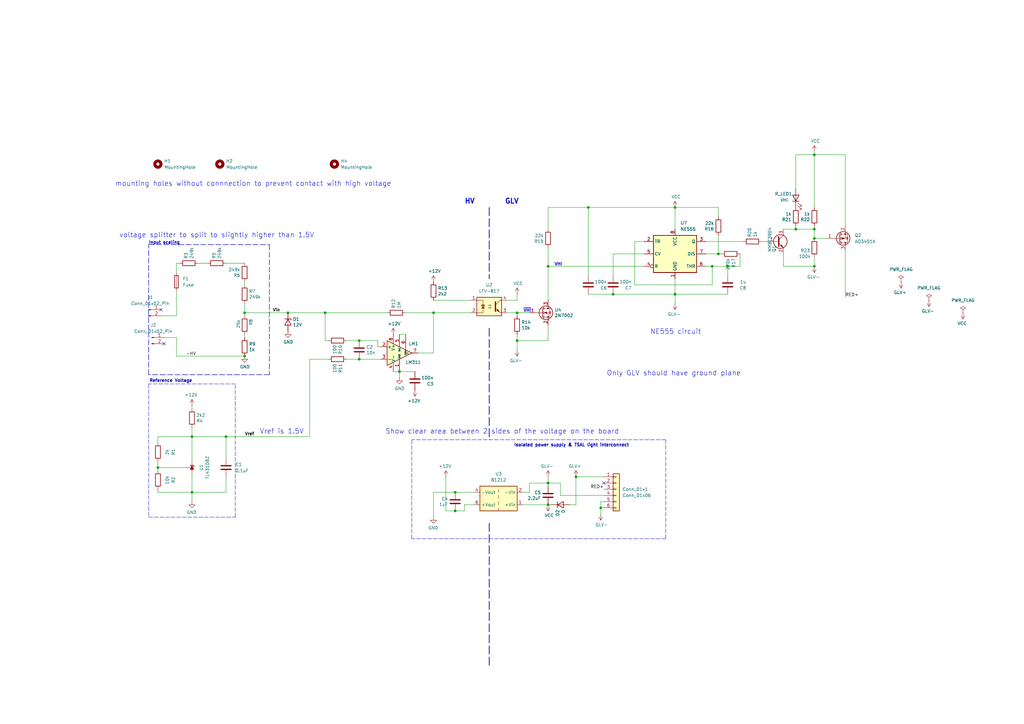
<source format=kicad_sch>
(kicad_sch (version 20231120) (generator "eeschema") (generator_version "8.0")
  (paper "A3")
  (title_block (title "TSAL") (date "2020-03-11") (rev "3.1") (company "NU Racing (UoN)") (comment 1 "Michael Ruppe") (comment 2 "github.com/michaelruppe/FSAE"))
  (lib_symbols
    (symbol "Comparator:LM311" (pin_names (offset 0.127))
      (property "Reference" "U" (at 3.81 6.35 0))
      (property "Value" "LM311" (at 3.81 3.81 0))
      (symbol "LM311_0_1"
        (polyline (pts (xy 5.08 0) (xy -5.08 5.08) (xy -5.08 -5.08) (xy 5.08 0)) (stroke (width 0.254)) (fill (type background)))
        (polyline (pts (xy 3.683 -0.381) (xy 3.302 -0.381) (xy 3.683 0) (xy 3.302 0.381) (xy 2.921 0) (xy 3.302 -0.381) (xy 2.921 -0.381)) (stroke (width 0.127)))
      )
      (symbol "LM311_1_1"
        (pin passive line (at 0 -7.62 90) (length 5.08) (name "GND") (number "1"))
        (pin input line (at -7.62 2.54 0) (length 2.54) (name "+") (number "2"))
        (pin input line (at -7.62 -2.54 0) (length 2.54) (name "-") (number "3"))
        (pin power_in line (at -2.54 -7.62 90) (length 3.81) (name "V-") (number "4"))
        (pin input line (at 0 7.62 270) (length 5.08) (name "BAL") (number "5"))
        (pin input line (at 2.54 7.62 270) (length 6.35) (name "STRB") (number "6"))
        (pin open_collector line (at 7.62 0 180) (length 2.54) (name "~") (number "7"))
        (pin power_in line (at -2.54 7.62 270) (length 3.81) (name "V+") (number "8"))
      )
    )
    (symbol "Connector:Conn_01x02_Pin" (pin_names (offset 1.016) hide)
      (property "Reference" "J" (at 0 2.54 0))
      (property "Value" "Conn_01x02_Pin" (at 0 -5.08 0))
      (symbol "Conn_01x02_Pin_1_1"
        (polyline (pts (xy 1.27 -2.54) (xy 0.8636 -2.54)) (stroke (width 0.1524)))
        (polyline (pts (xy 1.27 0) (xy 0.8636 0)) (stroke (width 0.1524)))
        (rectangle (start 0.8636 -2.413) (end 0 -2.667) (stroke (width 0.1524)) (fill (type outline)))
        (rectangle (start 0.8636 0.127) (end 0 -0.127) (stroke (width 0.1524)) (fill (type outline)))
        (pin passive line (at 5.08 0 180) (length 3.81) (name "Pin_1") (number "1"))
        (pin passive line (at 5.08 -2.54 180) (length 3.81) (name "Pin_2") (number "2"))
      )
    )
    (symbol "Connector_Generic:Conn_01x06" (pin_names (offset 1.016) hide)
      (property "Reference" "J" (at 0 7.62 0))
      (property "Value" "Conn_01x06" (at 0 -10.16 0))
      (symbol "Conn_01x06_1_1"
        (rectangle (start -1.27 -7.493) (end 0 -7.747) (stroke (width 0.1524)))
        (rectangle (start -1.27 -4.953) (end 0 -5.207) (stroke (width 0.1524)))
        (rectangle (start -1.27 -2.413) (end 0 -2.667) (stroke (width 0.1524)))
        (rectangle (start -1.27 0.127) (end 0 -0.127) (stroke (width 0.1524)))
        (rectangle (start -1.27 2.667) (end 0 2.413) (stroke (width 0.1524)))
        (rectangle (start -1.27 5.207) (end 0 4.953) (stroke (width 0.1524)))
        (rectangle (start -1.27 6.35) (end 1.27 -8.89) (stroke (width 0.254)) (fill (type background)))
        (pin passive line (at -5.08 5.08 0) (length 3.81) (name "Pin_1") (number "1"))
        (pin passive line (at -5.08 2.54 0) (length 3.81) (name "Pin_2") (number "2"))
        (pin passive line (at -5.08 0 0) (length 3.81) (name "Pin_3") (number "3"))
        (pin passive line (at -5.08 -2.54 0) (length 3.81) (name "Pin_4") (number "4"))
        (pin passive line (at -5.08 -5.08 0) (length 3.81) (name "Pin_5") (number "5"))
        (pin passive line (at -5.08 -7.62 0) (length 3.81) (name "Pin_6") (number "6"))
      )
    )
    (symbol "Converter_DCDC:TBA2-1212"
      (property "Reference" "U" (at -6.35 6.35 0))
      (property "Value" "TBA2-1212" (at 2.54 6.35 0))
      (symbol "TBA2-1212_0_1"
        (rectangle (start -7.62 5.08) (end 7.62 -5.08) (stroke (width 0.254)) (fill (type background)))
        (polyline (pts (xy 0 -2.54) (xy 0 -3.81)))
        (polyline (pts (xy 0 0) (xy 0 -1.27)))
        (polyline (pts (xy 0 2.54) (xy 0 1.27)))
        (polyline (pts (xy 0 5.08) (xy 0 3.81)))
      )
      (symbol "TBA2-1212_1_1"
        (pin power_in line (at -10.16 2.54 0) (length 2.54) (name "+Vin") (number "1"))
        (pin power_in line (at -10.16 -2.54 0) (length 2.54) (name "-Vin") (number "2"))
        (pin power_out line (at 10.16 -2.54 180) (length 2.54) (name "-Vout") (number "4"))
        (pin power_out line (at 10.16 2.54 180) (length 2.54) (name "+Vout") (number "6"))
      )
    )
    (symbol "Device:C" (pin_numbers hide) (pin_names (offset 0.254))
      (property "Reference" "C" (at 0.635 2.54 0))
      (property "Value" "C" (at 0.635 -2.54 0))
      (symbol "C_0_1"
        (polyline (pts (xy -2.032 -0.762) (xy 2.032 -0.762)) (stroke (width 0.508)))
        (polyline (pts (xy -2.032 0.762) (xy 2.032 0.762)) (stroke (width 0.508)))
      )
      (symbol "C_1_1"
        (pin passive line (at 0 3.81 270) (length 2.794) (name "~") (number "1"))
        (pin passive line (at 0 -3.81 90) (length 2.794) (name "~") (number "2"))
      )
    )
    (symbol "Device:D" (pin_numbers hide) (pin_names (offset 1.016) hide)
      (property "Reference" "D" (at 0 2.54 0))
      (property "Value" "D" (at 0 -2.54 0))
      (symbol "D_0_1"
        (polyline (pts (xy -1.27 1.27) (xy -1.27 -1.27)) (stroke (width 0.254)))
        (polyline (pts (xy 1.27 0) (xy -1.27 0)))
        (polyline (pts (xy 1.27 1.27) (xy 1.27 -1.27) (xy -1.27 0) (xy 1.27 1.27)) (stroke (width 0.254)))
      )
      (symbol "D_1_1"
        (pin passive line (at -3.81 0 0) (length 2.54) (name "K") (number "1"))
        (pin passive line (at 3.81 0 180) (length 2.54) (name "A") (number "2"))
      )
    )
    (symbol "Device:D_Zener" (pin_numbers hide) (pin_names (offset 1.016) hide)
      (property "Reference" "D" (at 0 2.54 0))
      (property "Value" "D_Zener" (at 0 -2.54 0))
      (symbol "D_Zener_0_1"
        (polyline (pts (xy 1.27 0) (xy -1.27 0)))
        (polyline (pts (xy -1.27 -1.27) (xy -1.27 1.27) (xy -0.762 1.27)) (stroke (width 0.254)))
        (polyline (pts (xy 1.27 -1.27) (xy 1.27 1.27) (xy -1.27 0) (xy 1.27 -1.27)) (stroke (width 0.254)))
      )
      (symbol "D_Zener_1_1"
        (pin passive line (at -3.81 0 0) (length 2.54) (name "K") (number "1"))
        (pin passive line (at 3.81 0 180) (length 2.54) (name "A") (number "2"))
      )
    )
    (symbol "Device:Fuse" (pin_numbers hide) (pin_names (offset 0))
      (property "Reference" "F" (at 2.032 0 90))
      (property "Value" "Fuse" (at -1.905 0 90))
      (symbol "Fuse_0_1"
        (rectangle (start -0.762 -2.54) (end 0.762 2.54) (stroke (width 0.254)))
        (polyline (pts (xy 0 2.54) (xy 0 -2.54)))
      )
      (symbol "Fuse_1_1"
        (pin passive line (at 0 3.81 270) (length 1.27) (name "~") (number "1"))
        (pin passive line (at 0 -3.81 90) (length 1.27) (name "~") (number "2"))
      )
    )
    (symbol "Device:LED" (pin_numbers hide) (pin_names (offset 1.016) hide)
      (property "Reference" "D" (at 0 2.54 0))
      (property "Value" "LED" (at 0 -2.54 0))
      (symbol "LED_0_1"
        (polyline (pts (xy -1.27 -1.27) (xy -1.27 1.27)) (stroke (width 0.254)))
        (polyline (pts (xy -1.27 0) (xy 1.27 0)))
        (polyline (pts (xy 1.27 -1.27) (xy 1.27 1.27) (xy -1.27 0) (xy 1.27 -1.27)) (stroke (width 0.254)))
        (polyline (pts (xy -3.048 -0.762) (xy -4.572 -2.286) (xy -3.81 -2.286) (xy -4.572 -2.286) (xy -4.572 -1.524)))
        (polyline (pts (xy -1.778 -0.762) (xy -3.302 -2.286) (xy -2.54 -2.286) (xy -3.302 -2.286) (xy -3.302 -1.524)))
      )
      (symbol "LED_1_1"
        (pin passive line (at -3.81 0 0) (length 2.54) (name "K") (number "1"))
        (pin passive line (at 3.81 0 180) (length 2.54) (name "A") (number "2"))
      )
    )
    (symbol "Device:R" (pin_numbers hide) (pin_names (offset 0))
      (property "Reference" "R" (at 2.032 0 90))
      (property "Value" "R" (at 0 0 90))
      (symbol "R_0_1"
        (rectangle (start -1.016 -2.54) (end 1.016 2.54) (stroke (width 0.254)))
      )
      (symbol "R_1_1"
        (pin passive line (at 0 3.81 270) (length 1.27) (name "~") (number "1"))
        (pin passive line (at 0 -3.81 90) (length 1.27) (name "~") (number "2"))
      )
    )
    (symbol "Isolator:LTV-817" (pin_names (offset 1.016))
      (property "Reference" "U" (at -5.08 5.08 0))
      (property "Value" "LTV-817" (at 0 5.08 0))
      (symbol "LTV-817_0_1"
        (rectangle (start -5.08 3.81) (end 5.08 -3.81) (stroke (width 0.254)) (fill (type background)))
        (polyline (pts (xy -3.175 -0.635) (xy -1.905 -0.635)) (stroke (width 0.254)))
        (polyline (pts (xy 2.54 0.635) (xy 4.445 2.54)))
        (polyline (pts (xy 4.445 -2.54) (xy 2.54 -0.635)) (fill (type outline)))
        (polyline (pts (xy 4.445 -2.54) (xy 5.08 -2.54)))
        (polyline (pts (xy 4.445 2.54) (xy 5.08 2.54)))
        (polyline (pts (xy -5.08 2.54) (xy -2.54 2.54) (xy -2.54 -0.762)))
        (polyline (pts (xy -2.54 -0.635) (xy -2.54 -2.54) (xy -5.08 -2.54)))
        (polyline (pts (xy 2.54 1.905) (xy 2.54 -1.905) (xy 2.54 -1.905)) (stroke (width 0.508)))
        (polyline (pts (xy -2.54 -0.635) (xy -3.175 0.635) (xy -1.905 0.635) (xy -2.54 -0.635)) (stroke (width 0.254)))
        (polyline (pts (xy -0.508 -0.508) (xy 0.762 -0.508) (xy 0.381 -0.635) (xy 0.381 -0.381) (xy 0.762 -0.508)))
        (polyline (pts (xy -0.508 0.508) (xy 0.762 0.508) (xy 0.381 0.381) (xy 0.381 0.635) (xy 0.762 0.508)))
        (polyline (pts (xy 3.048 -1.651) (xy 3.556 -1.143) (xy 4.064 -2.159) (xy 3.048 -1.651) (xy 3.048 -1.651)) (fill (type outline)))
      )
      (symbol "LTV-817_1_1"
        (pin passive line (at -7.62 2.54 0) (length 2.54) (name "~") (number "1"))
        (pin passive line (at -7.62 -2.54 0) (length 2.54) (name "~") (number "2"))
        (pin passive line (at 7.62 -2.54 180) (length 2.54) (name "~") (number "3"))
        (pin passive line (at 7.62 2.54 180) (length 2.54) (name "~") (number "4"))
      )
    )
    (symbol "Mechanical:MountingHole" (pin_names (offset 1.016)) (exclude_from_sim yes) (in_bom no)
      (property "Reference" "H" (at 0 5.08 0))
      (property "Value" "MountingHole" (at 0 3.175 0))
      (symbol "MountingHole_0_1"
        (circle (center 0 0) (radius 1.27) (stroke (width 1.27)))
      )
    )
    (symbol "Reference_Voltage:TL431DBZ" (pin_numbers hide) (pin_names hide)
      (property "Reference" "U" (at -2.54 2.54 0))
      (property "Value" "TL431DBZ" (at 0 -2.54 0))
      (symbol "TL431DBZ_0_1"
        (polyline (pts (xy -1.27 0) (xy 0 0) (xy 1.27 0)))
        (polyline (pts (xy -0.762 -0.762) (xy -0.762 0.762) (xy 0.762 0) (xy -0.762 -0.762)) (fill (type outline)))
        (polyline (pts (xy 0.254 -0.762) (xy 0.762 -0.762) (xy 0.762 0.762) (xy 0.762 0.762)) (stroke (width 0.254)))
      )
      (symbol "TL431DBZ_1_1"
        (pin passive line (at 2.54 0 180) (length 2.54) (name "K") (number "1"))
        (pin passive line (at 0 2.54 270) (length 2.54) (name "REF") (number "2"))
        (pin passive line (at -2.54 0 0) (length 2.54) (name "A") (number "3"))
      )
    )
    (symbol "Timer:NE555D"
      (property "Reference" "U" (at -10.16 8.89 0))
      (property "Value" "NE555D" (at 2.54 8.89 0))
      (symbol "NE555D_0_0"
        (pin power_in line (at 0 -10.16 90) (length 2.54) (name "GND") (number "1"))
        (pin power_in line (at 0 10.16 270) (length 2.54) (name "VCC") (number "8"))
      )
      (symbol "NE555D_0_1"
        (rectangle (start -8.89 -7.62) (end 8.89 7.62) (stroke (width 0.254)) (fill (type background)))
        (rectangle (start -8.89 -7.62) (end 8.89 7.62) (stroke (width 0.254)) (fill (type background)))
      )
      (symbol "NE555D_1_1"
        (pin input line (at -12.7 5.08 0) (length 3.81) (name "TR") (number "2"))
        (pin output line (at 12.7 5.08 180) (length 3.81) (name "Q") (number "3"))
        (pin input inverted (at -12.7 -5.08 0) (length 3.81) (name "R") (number "4"))
        (pin input line (at -12.7 0 0) (length 3.81) (name "CV") (number "5"))
        (pin input line (at 12.7 -5.08 180) (length 3.81) (name "THR") (number "6"))
        (pin input line (at 12.7 0 180) (length 3.81) (name "DIS") (number "7"))
      )
    )
    (symbol "Transistor_BJT:MMBT3904" (pin_names (offset 0) hide)
      (property "Reference" "Q" (at 5.08 1.905 0))
      (property "Value" "MMBT3904" (at 5.08 0 0))
      (symbol "MMBT3904_0_1"
        (polyline (pts (xy 0.635 0.635) (xy 2.54 2.54)))
        (polyline (pts (xy 0.635 -0.635) (xy 2.54 -2.54) (xy 2.54 -2.54)))
        (polyline (pts (xy 0.635 1.905) (xy 0.635 -1.905) (xy 0.635 -1.905)) (stroke (width 0.508)))
        (polyline (pts (xy 1.27 -1.778) (xy 1.778 -1.27) (xy 2.286 -2.286) (xy 1.27 -1.778) (xy 1.27 -1.778)) (fill (type outline)))
        (circle (center 1.27 0) (radius 2.8194) (stroke (width 0.254)))
      )
      (symbol "MMBT3904_1_1"
        (pin input line (at -5.08 0 0) (length 5.715) (name "B") (number "1"))
        (pin passive line (at 2.54 -5.08 90) (length 2.54) (name "E") (number "2"))
        (pin passive line (at 2.54 5.08 270) (length 2.54) (name "C") (number "3"))
      )
    )
    (symbol "Transistor_FET:2N7002" (pin_names hide)
      (property "Reference" "Q" (at 5.08 1.905 0))
      (property "Value" "2N7002" (at 5.08 0 0))
      (symbol "2N7002_0_1"
        (polyline (pts (xy 0.254 0) (xy -2.54 0)))
        (polyline (pts (xy 0.254 1.905) (xy 0.254 -1.905)) (stroke (width 0.254)))
        (polyline (pts (xy 0.762 -1.27) (xy 0.762 -2.286)) (stroke (width 0.254)))
        (polyline (pts (xy 0.762 0.508) (xy 0.762 -0.508)) (stroke (width 0.254)))
        (polyline (pts (xy 0.762 2.286) (xy 0.762 1.27)) (stroke (width 0.254)))
        (polyline (pts (xy 2.54 2.54) (xy 2.54 1.778)))
        (polyline (pts (xy 2.54 -2.54) (xy 2.54 0) (xy 0.762 0)))
        (polyline (pts (xy 0.762 -1.778) (xy 3.302 -1.778) (xy 3.302 1.778) (xy 0.762 1.778)))
        (polyline (pts (xy 1.016 0) (xy 2.032 0.381) (xy 2.032 -0.381) (xy 1.016 0)) (fill (type outline)))
        (polyline (pts (xy 2.794 0.508) (xy 2.921 0.381) (xy 3.683 0.381) (xy 3.81 0.254)))
        (polyline (pts (xy 3.302 0.381) (xy 2.921 -0.254) (xy 3.683 -0.254) (xy 3.302 0.381)))
        (circle (center 1.651 0) (radius 2.794) (stroke (width 0.254)))
        (circle (center 2.54 -1.778) (radius 0.254) (fill (type outline)))
        (circle (center 2.54 1.778) (radius 0.254) (fill (type outline)))
      )
      (symbol "2N7002_1_1"
        (pin input line (at -5.08 0 0) (length 2.54) (name "G") (number "1"))
        (pin passive line (at 2.54 -5.08 90) (length 2.54) (name "S") (number "2"))
        (pin passive line (at 2.54 5.08 270) (length 2.54) (name "D") (number "3"))
      )
    )
    (symbol "Transistor_FET:AO3401A" (pin_names hide)
      (property "Reference" "Q" (at 5.08 1.905 0))
      (property "Value" "AO3401A" (at 5.08 0 0))
      (symbol "AO3401A_0_1"
        (polyline (pts (xy 0.254 0) (xy -2.54 0)))
        (polyline (pts (xy 0.254 1.905) (xy 0.254 -1.905)) (stroke (width 0.254)))
        (polyline (pts (xy 0.762 -1.27) (xy 0.762 -2.286)) (stroke (width 0.254)))
        (polyline (pts (xy 0.762 0.508) (xy 0.762 -0.508)) (stroke (width 0.254)))
        (polyline (pts (xy 0.762 2.286) (xy 0.762 1.27)) (stroke (width 0.254)))
        (polyline (pts (xy 2.54 2.54) (xy 2.54 1.778)))
        (polyline (pts (xy 2.54 -2.54) (xy 2.54 0) (xy 0.762 0)))
        (polyline (pts (xy 0.762 1.778) (xy 3.302 1.778) (xy 3.302 -1.778) (xy 0.762 -1.778)))
        (polyline (pts (xy 2.286 0) (xy 1.27 0.381) (xy 1.27 -0.381) (xy 2.286 0)) (fill (type outline)))
        (polyline (pts (xy 2.794 -0.508) (xy 2.921 -0.381) (xy 3.683 -0.381) (xy 3.81 -0.254)))
        (polyline (pts (xy 3.302 -0.381) (xy 2.921 0.254) (xy 3.683 0.254) (xy 3.302 -0.381)))
        (circle (center 1.651 0) (radius 2.794) (stroke (width 0.254)))
        (circle (center 2.54 -1.778) (radius 0.254) (fill (type outline)))
        (circle (center 2.54 1.778) (radius 0.254) (fill (type outline)))
      )
      (symbol "AO3401A_1_1"
        (pin input line (at -5.08 0 0) (length 2.54) (name "G") (number "1"))
        (pin passive line (at 2.54 -5.08 90) (length 2.54) (name "S") (number "2"))
        (pin passive line (at 2.54 5.08 270) (length 2.54) (name "D") (number "3"))
      )
    )
    (symbol "power-symbol-library:GLV+" (power) (pin_names (offset 0))
      (property "Value" "GLV+" (at 0 3.81 0))
      (symbol "GLV+_0_1"
        (polyline (pts (xy -0.762 1.27) (xy 0 2.54)))
        (polyline (pts (xy 0 0) (xy 0 2.54)))
        (polyline (pts (xy 0 2.54) (xy 0.762 1.27)))
      )
      (symbol "GLV+_1_1"
        (pin power_in line (at 0 0 90) (length 0) hide (name "GLV+") (number "1"))
      )
    )
    (symbol "power-symbol-library:GLV-" (power) (pin_names (offset 0))
      (property "Value" "GLV-" (at 0 3.81 0))
      (symbol "GLV-_0_1"
        (polyline (pts (xy -0.762 1.27) (xy 0 2.54)))
        (polyline (pts (xy 0 0) (xy 0 2.54)))
        (polyline (pts (xy 0 2.54) (xy 0.762 1.27)))
      )
      (symbol "GLV-_1_1"
        (pin power_in line (at 0 0 90) (length 0) hide (name "GLV-") (number "1"))
      )
    )
    (symbol "power:+12V" (power) (pin_numbers hide) (pin_names (offset 0) hide)
      (property "Value" "+12V" (at 0 3.556 0))
      (symbol "+12V_0_1"
        (polyline (pts (xy -0.762 1.27) (xy 0 2.54)))
        (polyline (pts (xy 0 0) (xy 0 2.54)))
        (polyline (pts (xy 0 2.54) (xy 0.762 1.27)))
      )
      (symbol "+12V_1_1"
        (pin power_in line (at 0 0 90) (length 0) (name "~") (number "1"))
      )
    )
    (symbol "power:GND" (power) (pin_numbers hide) (pin_names (offset 0) hide)
      (property "Value" "GND" (at 0 -3.81 0))
      (symbol "GND_0_1"
        (polyline (pts (xy 0 0) (xy 0 -1.27) (xy 1.27 -1.27) (xy 0 -2.54) (xy -1.27 -1.27) (xy 0 -1.27)))
      )
      (symbol "GND_1_1"
        (pin power_in line (at 0 0 270) (length 0) (name "~") (number "1"))
      )
    )
    (symbol "power:PWR_FLAG" (power) (pin_numbers hide) (pin_names (offset 0) hide)
      (property "Value" "PWR_FLAG" (at 0 3.81 0))
      (symbol "PWR_FLAG_0_0"
        (pin power_out line (at 0 0 90) (length 0) (name "~") (number "1"))
      )
      (symbol "PWR_FLAG_0_1"
        (polyline (pts (xy 0 0) (xy 0 1.27) (xy -1.016 1.905) (xy 0 2.54) (xy 1.016 1.905) (xy 0 1.27)))
      )
    )
    (symbol "power:VCC" (power) (pin_numbers hide) (pin_names (offset 0) hide)
      (property "Value" "VCC" (at 0 3.556 0))
      (symbol "VCC_0_1"
        (polyline (pts (xy -0.762 1.27) (xy 0 2.54)))
        (polyline (pts (xy 0 0) (xy 0 2.54)))
        (polyline (pts (xy 0 2.54) (xy 0.762 1.27)))
      )
      (symbol "VCC_1_1"
        (pin power_in line (at 0 0 90) (length 0) (name "~") (number "1"))
      )
    )
  )
  (junction (at 163.83 152.4))
  (junction (at 92.71 179.07))
  (junction (at 224.79 207.01))
  (junction (at 241.3 85.09))
  (junction (at 147.32 147.32))
  (junction (at 100.33 128.27))
  (junction (at 212.09 128.27))
  (junction (at 186.69 201.93))
  (junction (at 177.8 128.27))
  (junction (at 78.74 179.07))
  (junction (at 212.09 139.7))
  (junction (at 133.35 128.27))
  (junction (at 334.01 109.22))
  (junction (at 100.33 146.05))
  (junction (at 334.01 93.98))
  (junction (at 64.77 191.77))
  (junction (at 186.69 209.55))
  (junction (at 118.11 128.27))
  (junction (at 326.39 93.98))
  (junction (at 276.86 120.65))
  (junction (at 294.64 104.14))
  (junction (at 334.01 63.5))
  (junction (at 224.79 198.12))
  (junction (at 147.32 139.7))
  (junction (at 236.22 195.58))
  (junction (at 224.79 109.22))
  (junction (at 276.86 85.09))
  (junction (at 298.45 109.22))
  (junction (at 292.1 109.22))
  (junction (at 246.38 208.28))
  (junction (at 78.74 201.93))
  (junction (at 251.46 120.65))
  (junction (at 334.01 97.79))
  (no_connect (at 247.65 198.12))
  (no_connect (at 66.04 127))
  (no_connect (at 67.31 140.97))
  (wire (pts (xy 92.71 201.93) (xy 78.74 201.93)))
  (polyline (pts (xy 110.49 153.67) (xy 60.96 153.67)) (stroke (width 0.2032) (type dash)))
  (polyline (pts (xy 273.05 220.98) (xy 168.91 220.98)) (stroke (width 0) (type dash)))
  (wire (pts (xy 212.09 139.7) (xy 212.09 137.16)))
  (wire (pts (xy 260.35 116.84) (xy 292.1 116.84)))
  (wire (pts (xy 294.64 104.14) (xy 295.91 104.14)))
  (wire (pts (xy 190.5 207.01) (xy 194.31 207.01)))
  (wire (pts (xy 156.21 142.24) (xy 154.94 142.24)))
  (wire (pts (xy 134.62 147.32) (xy 127 147.32)))
  (polyline (pts (xy 96.52 157.48) (xy 60.96 157.48)) (stroke (width 0) (type dash)))
  (wire (pts (xy 224.79 109.22) (xy 264.16 109.22)))
  (wire (pts (xy 100.33 129.54) (xy 100.33 128.27)))
  (wire (pts (xy 276.86 85.09) (xy 276.86 93.98)))
  (wire (pts (xy 346.71 63.5) (xy 334.01 63.5)))
  (wire (pts (xy 64.77 191.77) (xy 64.77 193.04)))
  (wire (pts (xy 72.39 111.76) (xy 72.39 107.95)))
  (wire (pts (xy 177.8 212.09) (xy 177.8 201.93)))
  (wire (pts (xy 92.71 107.95) (xy 100.33 107.95)))
  (polyline (pts (xy 200.66 85.09) (xy 200.66 114.3)) (stroke (width 0.3048) (type dash)))
  (polyline (pts (xy 110.49 100.33) (xy 110.49 153.67)) (stroke (width 0.2032) (type dash)))
  (wire (pts (xy 212.09 123.19) (xy 212.09 120.65)))
  (wire (pts (xy 224.79 85.09) (xy 241.3 85.09)))
  (polyline (pts (xy 60.96 100.33) (xy 110.49 100.33)) (stroke (width 0.2032) (type dash)))
  (wire (pts (xy 64.77 201.93) (xy 64.77 200.66)))
  (wire (pts (xy 100.33 137.16) (xy 100.33 138.43)))
  (wire (pts (xy 78.74 201.93) (xy 78.74 205.74)))
  (wire (pts (xy 64.77 189.23) (xy 64.77 191.77)))
  (polyline (pts (xy 60.96 153.67) (xy 60.96 100.33)) (stroke (width 0.2032) (type dash)))
  (wire (pts (xy 177.8 144.78) (xy 177.8 128.27)))
  (wire (pts (xy 346.71 63.5) (xy 346.71 92.71)))
  (wire (pts (xy 212.09 128.27) (xy 212.09 129.54)))
  (wire (pts (xy 241.3 85.09) (xy 276.86 85.09)))
  (wire (pts (xy 72.39 107.95) (xy 73.66 107.95)))
  (wire (pts (xy 224.79 109.22) (xy 224.79 101.6)))
  (wire (pts (xy 236.22 195.58) (xy 247.65 195.58)))
  (wire (pts (xy 92.71 179.07) (xy 127 179.07)))
  (polyline (pts (xy 200.66 134.62) (xy 200.66 180.34)) (stroke (width 0.3048) (type dash)))
  (wire (pts (xy 264.16 99.06) (xy 260.35 99.06)))
  (wire (pts (xy 247.65 203.2) (xy 229.87 203.2)))
  (polyline (pts (xy 168.91 220.98) (xy 168.91 180.34)) (stroke (width 0) (type dash)))
  (polyline (pts (xy 273.05 180.34) (xy 168.91 180.34)) (stroke (width 0) (type dash)))
  (wire (pts (xy 289.56 104.14) (xy 294.64 104.14)))
  (wire (pts (xy 334.01 92.71) (xy 334.01 93.98)))
  (wire (pts (xy 100.33 124.46) (xy 100.33 128.27)))
  (wire (pts (xy 78.74 167.64) (xy 78.74 166.37)))
  (polyline (pts (xy 60.96 212.09) (xy 96.52 212.09)) (stroke (width 0) (type dash)))
  (wire (pts (xy 224.79 93.98) (xy 224.79 85.09)))
  (wire (pts (xy 177.8 144.78) (xy 171.45 144.78)))
  (wire (pts (xy 81.28 107.95) (xy 85.09 107.95)))
  (wire (pts (xy 241.3 113.03) (xy 241.3 85.09)))
  (wire (pts (xy 321.31 109.22) (xy 334.01 109.22)))
  (wire (pts (xy 321.31 104.14) (xy 321.31 109.22)))
  (wire (pts (xy 321.31 93.98) (xy 326.39 93.98)))
  (wire (pts (xy 78.74 194.31) (xy 78.74 201.93)))
  (wire (pts (xy 212.09 143.51) (xy 212.09 139.7)))
  (wire (pts (xy 147.32 139.7) (xy 142.24 139.7)))
  (wire (pts (xy 177.8 201.93) (xy 186.69 201.93)))
  (wire (pts (xy 224.79 195.58) (xy 224.79 198.12)))
  (wire (pts (xy 251.46 104.14) (xy 251.46 113.03)))
  (wire (pts (xy 346.71 102.87) (xy 346.71 121.92)))
  (wire (pts (xy 190.5 209.55) (xy 186.69 209.55)))
  (wire (pts (xy 214.63 207.01) (xy 224.79 207.01)))
  (polyline (pts (xy 200.66 214.63) (xy 200.66 273.05)) (stroke (width 0.3048) (type dash)))
  (wire (pts (xy 334.01 93.98) (xy 326.39 93.98)))
  (wire (pts (xy 133.35 128.27) (xy 158.75 128.27)))
  (wire (pts (xy 326.39 63.5) (xy 334.01 63.5)))
  (wire (pts (xy 236.22 195.58) (xy 236.22 207.01)))
  (wire (pts (xy 303.53 104.14) (xy 303.53 109.22)))
  (wire (pts (xy 78.74 175.26) (xy 78.74 179.07)))
  (wire (pts (xy 133.35 128.27) (xy 133.35 139.7)))
  (wire (pts (xy 276.86 85.09) (xy 294.64 85.09)))
  (wire (pts (xy 208.28 123.19) (xy 212.09 123.19)))
  (wire (pts (xy 224.79 198.12) (xy 217.17 198.12)))
  (wire (pts (xy 186.69 209.55) (xy 182.88 209.55)))
  (wire (pts (xy 264.16 104.14) (xy 251.46 104.14)))
  (wire (pts (xy 298.45 109.22) (xy 292.1 109.22)))
  (wire (pts (xy 224.79 198.12) (xy 224.79 199.39)))
  (wire (pts (xy 334.01 93.98) (xy 334.01 97.79)))
  (wire (pts (xy 127 147.32) (xy 127 179.07)))
  (wire (pts (xy 251.46 120.65) (xy 276.86 120.65)))
  (wire (pts (xy 154.94 139.7) (xy 147.32 139.7)))
  (wire (pts (xy 334.01 97.79) (xy 339.09 97.79)))
  (wire (pts (xy 92.71 195.58) (xy 92.71 201.93)))
  (wire (pts (xy 142.24 147.32) (xy 147.32 147.32)))
  (wire (pts (xy 177.8 123.19) (xy 193.04 123.19)))
  (wire (pts (xy 289.56 99.06) (xy 304.8 99.06)))
  (wire (pts (xy 292.1 116.84) (xy 292.1 109.22)))
  (wire (pts (xy 72.39 138.43) (xy 72.39 146.05)))
  (wire (pts (xy 64.77 191.77) (xy 76.2 191.77)))
  (wire (pts (xy 100.33 128.27) (xy 118.11 128.27)))
  (wire (pts (xy 229.87 203.2) (xy 229.87 198.12)))
  (wire (pts (xy 163.83 152.4) (xy 163.83 154.94)))
  (wire (pts (xy 241.3 120.65) (xy 251.46 120.65)))
  (wire (pts (xy 133.35 139.7) (xy 134.62 139.7)))
  (wire (pts (xy 67.31 138.43) (xy 72.39 138.43)))
  (wire (pts (xy 326.39 63.5) (xy 326.39 77.47)))
  (wire (pts (xy 334.01 62.23) (xy 334.01 63.5)))
  (wire (pts (xy 78.74 179.07) (xy 92.71 179.07)))
  (wire (pts (xy 163.83 152.4) (xy 170.18 152.4)))
  (polyline (pts (xy 273.05 180.34) (xy 273.05 220.98)) (stroke (width 0) (type dash)))
  (wire (pts (xy 161.29 152.4) (xy 163.83 152.4)))
  (wire (pts (xy 72.39 146.05) (xy 100.33 146.05)))
  (wire (pts (xy 298.45 120.65) (xy 276.86 120.65)))
  (wire (pts (xy 212.09 128.27) (xy 217.17 128.27)))
  (wire (pts (xy 64.77 201.93) (xy 78.74 201.93)))
  (wire (pts (xy 326.39 92.71) (xy 326.39 93.98)))
  (wire (pts (xy 236.22 207.01) (xy 233.68 207.01)))
  (wire (pts (xy 78.74 179.07) (xy 78.74 189.23)))
  (wire (pts (xy 64.77 179.07) (xy 64.77 181.61)))
  (wire (pts (xy 276.86 120.65) (xy 276.86 124.46)))
  (wire (pts (xy 100.33 115.57) (xy 100.33 116.84)))
  (wire (pts (xy 247.65 208.28) (xy 246.38 208.28)))
  (wire (pts (xy 226.06 207.01) (xy 224.79 207.01)))
  (wire (pts (xy 229.87 198.12) (xy 224.79 198.12)))
  (wire (pts (xy 64.77 179.07) (xy 78.74 179.07)))
  (wire (pts (xy 224.79 139.7) (xy 212.09 139.7)))
  (wire (pts (xy 182.88 195.58) (xy 182.88 209.55)))
  (wire (pts (xy 247.65 205.74) (xy 246.38 205.74)))
  (wire (pts (xy 334.01 63.5) (xy 334.01 85.09)))
  (wire (pts (xy 217.17 201.93) (xy 214.63 201.93)))
  (wire (pts (xy 154.94 142.24) (xy 154.94 139.7)))
  (wire (pts (xy 186.69 201.93) (xy 194.31 201.93)))
  (polyline (pts (xy 60.96 157.48) (xy 60.96 212.09)) (stroke (width 0) (type dash)))
  (wire (pts (xy 303.53 109.22) (xy 298.45 109.22)))
  (wire (pts (xy 224.79 133.35) (xy 224.79 139.7)))
  (polyline (pts (xy 96.52 212.09) (xy 96.52 157.48)) (stroke (width 0) (type dash)))
  (wire (pts (xy 294.64 85.09) (xy 294.64 88.9)))
  (wire (pts (xy 190.5 209.55) (xy 190.5 207.01)))
  (wire (pts (xy 72.39 119.38) (xy 72.39 129.54)))
  (wire (pts (xy 260.35 99.06) (xy 260.35 116.84)))
  (wire (pts (xy 92.71 179.07) (xy 92.71 187.96)))
  (wire (pts (xy 298.45 113.03) (xy 298.45 109.22)))
  (wire (pts (xy 118.11 128.27) (xy 133.35 128.27)))
  (wire (pts (xy 312.42 99.06) (xy 313.69 99.06)))
  (wire (pts (xy 292.1 109.22) (xy 289.56 109.22)))
  (wire (pts (xy 66.04 129.54) (xy 72.39 129.54)))
  (wire (pts (xy 246.38 205.74) (xy 246.38 208.28)))
  (wire (pts (xy 276.86 120.65) (xy 276.86 114.3)))
  (wire (pts (xy 166.37 128.27) (xy 177.8 128.27)))
  (wire (pts (xy 224.79 109.22) (xy 224.79 123.19)))
  (wire (pts (xy 147.32 147.32) (xy 156.21 147.32)))
  (wire (pts (xy 246.38 208.28) (xy 246.38 210.82)))
  (wire (pts (xy 334.01 105.41) (xy 334.01 109.22)))
  (wire (pts (xy 294.64 96.52) (xy 294.64 104.14)))
  (wire (pts (xy 163.83 137.16) (xy 166.37 137.16)))
  (wire (pts (xy 212.09 128.27) (xy 208.28 128.27)))
  (wire (pts (xy 177.8 128.27) (xy 193.04 128.27)))
  (wire (pts (xy 217.17 198.12) (xy 217.17 201.93)))
  (text "voltage splitter to split to slightly higher than 1.5V" (at 88.9 96.52 0) (effects (font (size 2.0066 2.0066))))
  (text "Show clear area between 2 sides of the voltage on the board" (at 205.994 177.038 0) (effects (font (size 2.0066 2.0066))))
  (text "Isolated power supply & TSAL light interconnect" (at 258.064 183.388 0) (effects (font (size 1.27 1.27) (thickness 0.254) (bold yes)) (justify right bottom)))
  (text "Reference Voltage" (at 61.214 156.972 0) (effects (font (size 1.27 1.27) (thickness 0.254) (bold yes)) (justify left bottom)))
  (text "~{VHI}" (at 214.63 128.27 0) (effects (font (size 1.27 1.27) (thickness 0.254) (bold yes)) (justify left bottom)))
  (text "mounting holes without connnection to prevent contact with high voltage " (at 104.648 75.438 0) (effects (font (size 2.0066 2.0066))))
  (text "Input scaling" (at 60.96 100.33 0) (effects (font (size 1.27 1.27) (thickness 0.254) (bold yes)) (justify left bottom)))
  (text "Only GLV should have ground plane" (at 276.352 153.162 0) (effects (font (size 2.0066 2.0066))))
  (text "GLV" (at 207.01 83.82 0) (effects (font (size 2.0066 2.0066) (thickness 0.4013) (bold yes)) (justify left bottom)))
  (text "VHI" (at 227.33 109.22 0) (effects (font (size 1.27 1.27) (thickness 0.254) (bold yes)) (justify left bottom)))
  (text "Vref is 1.5V\n" (at 115.57 177.038 0) (effects (font (size 2.0066 2.0066))))
  (text "NE555 circuit" (at 277.114 136.144 0) (effects (font (size 2.0066 2.0066))))
  (text "HV" (at 190.5 83.82 0) (effects (font (size 2.0066 2.0066) (thickness 0.4013) (bold yes)) (justify left bottom)))
  (label "-HV" (at 76.2 146.05 0))
  (label "RED+" (at 247.65 200.66 180))
  (label "RED+" (at 346.71 121.92 0))
  (label "Vin" (at 111.76 128.27 0) (effects (font (thickness 0.254) (bold yes))))
  (label "Vref" (at 100.33 179.07 0) (effects (font (thickness 0.254) (bold yes))))
  (symbol (lib_id "Device:R") (at 100.33 120.65 0) (unit 1)
    (property "Reference" "R7" (at 102.108 119.4816 0) (effects (justify left)))
    (property "Value" "249k" (at 102.108 121.793 0) (effects (justify left)))
    (property "Footprint" "Resistor_SMD:R_1206_3216Metric_Pad1.30x1.75mm_HandSolder" (effects (hide yes)))
  )
  (symbol (lib_id "Device:R") (at 100.33 133.35 180) (unit 1)
    (property "Reference" "R8" (at 102.87 130.81 90) (effects (justify left)))
    (property "Value" "25k" (at 97.79 131.0386 90) (effects (justify left)))
    (property "Footprint" "Resistor_SMD:R_1206_3216Metric_Pad1.30x1.75mm_HandSolder" (effects (hide yes)))
  )
  (symbol (lib_id "Device:C") (at 224.79 203.2 0) (mirror y) (unit 1)
    (property "Reference" "C5" (at 221.869 202.0316 0) (effects (justify left)))
    (property "Value" "2.2uF" (at 221.869 204.343 0) (effects (justify left)))
    (property "Footprint" "Capacitor_SMD:C_1206_3216Metric_Pad1.33x1.80mm_HandSolder" (effects (hide yes)))
  )
  (symbol (lib_id "power:+12V") (at 182.88 195.58 0) (mirror y) (unit 1)
    (property "Reference" "#PWR010" (effects (hide yes)))
    (property "Value" "+12V" (at 182.499 191.1858 0))
  )
  (symbol (lib_id "power:GND") (at 177.8 212.09 0) (mirror y) (unit 1)
    (property "Reference" "#PWR09" (effects (hide yes)))
    (property "Value" "GND" (at 177.673 216.4842 0))
  )
  (symbol (lib_id "Device:R") (at 138.43 147.32 270) (unit 1)
    (property "Reference" "R11" (at 139.5984 149.098 0) (effects (justify left)))
    (property "Value" "100" (at 137.287 149.098 0) (effects (justify left)))
    (property "Footprint" "Resistor_SMD:R_1206_3216Metric_Pad1.30x1.75mm_HandSolder" (effects (hide yes)))
  )
  (symbol (lib_id "Device:C") (at 147.32 143.51 0) (unit 1)
    (property "Reference" "C2" (at 150.241 142.3416 0) (effects (justify left)))
    (property "Value" "10n" (at 150.241 144.653 0) (effects (justify left)))
    (property "Footprint" "Capacitor_SMD:C_1206_3216Metric_Pad1.33x1.80mm_HandSolder" (effects (hide yes)))
  )
  (symbol (lib_id "Device:R") (at 138.43 139.7 270) (unit 1)
    (property "Reference" "R10" (at 139.5984 141.478 0) (effects (justify left)))
    (property "Value" "100" (at 137.287 141.478 0) (effects (justify left)))
    (property "Footprint" "Resistor_SMD:R_1206_3216Metric_Pad1.30x1.75mm_HandSolder" (effects (hide yes)))
  )
  (symbol (lib_id "Device:D_Zener") (at 118.11 132.08 270) (unit 1)
    (property "Reference" "D1" (at 120.1166 130.9116 90) (effects (justify left)))
    (property "Value" "12V" (at 120.1166 133.223 90) (effects (justify left)))
    (property "Footprint" "Diode_THT:D_DO-35_SOD27_P7.62mm_Horizontal" (effects (hide yes)))
  )
  (symbol (lib_id "power:GND") (at 118.11 135.89 0) (unit 1)
    (property "Reference" "#PWR04" (effects (hide yes)))
    (property "Value" "GND" (at 118.237 140.2842 0))
  )
  (symbol (lib_id "Device:R") (at 100.33 142.24 0) (unit 1)
    (property "Reference" "R9" (at 102.108 141.0716 0) (effects (justify left)))
    (property "Value" "1k" (at 102.108 143.383 0) (effects (justify left)))
    (property "Footprint" "Resistor_SMD:R_1206_3216Metric_Pad1.30x1.75mm_HandSolder" (effects (hide yes)))
  )
  (symbol (lib_id "power:GND") (at 100.33 146.05 0) (unit 1)
    (property "Reference" "#PWR03" (effects (hide yes)))
    (property "Value" "GND" (at 100.457 150.4442 0))
  )
  (symbol (lib_id "Device:R") (at 100.33 111.76 180) (unit 1)
    (property "Reference" "R6" (at 98.552 112.9284 0) (effects (justify left)))
    (property "Value" "249k" (at 98.552 110.617 0) (effects (justify left)))
    (property "Footprint" "Resistor_SMD:R_1206_3216Metric_Pad1.30x1.75mm_HandSolder" (effects (hide yes)))
  )
  (symbol (lib_id "Device:R") (at 162.56 128.27 90) (unit 1)
    (property "Reference" "R12" (at 161.3916 126.492 0) (effects (justify left)))
    (property "Value" "1M" (at 163.703 126.492 0) (effects (justify left)))
    (property "Footprint" "Resistor_SMD:R_1206_3216Metric_Pad1.30x1.75mm_HandSolder" (effects (hide yes)))
    (property "Description" "optional" (effects (hide yes)))
  )
  (symbol (lib_id "Device:C") (at 170.18 156.21 180) (unit 1)
    (property "Reference" "C3" (at 177.8 157.48 0) (effects (justify left)))
    (property "Value" "100n" (at 177.8 154.94 0) (effects (justify left)))
    (property "Footprint" "Capacitor_SMD:C_1206_3216Metric_Pad1.33x1.80mm_HandSolder" (effects (hide yes)))
  )
  (symbol (lib_id "power:+12V") (at 170.18 160.02 180) (unit 1)
    (property "Reference" "#PWR07" (effects (hide yes)))
    (property "Value" "+12V" (at 169.799 164.4142 0))
  )
  (symbol (lib_id "Comparator:LM311") (at 163.83 144.78 0) (unit 1)
    (property "Reference" "LM1" (at 167.64 140.97 0) (effects (justify left)))
    (property "Value" "LM311" (at 166.37 148.59 0) (effects (justify left)))
    (property "Footprint" "Package_SO:SOIC-8_3.9x4.9mm_P1.27mm" (effects (hide yes)))
    (property "Datasheet" "http://www.ti.com/lit/ds/symlink/lm311.pdf" (effects (hide yes)))
  )
  (symbol (lib_id "power:GND") (at 163.83 154.94 0) (unit 1)
    (property "Reference" "#PWR06" (effects (hide yes)))
    (property "Value" "GND" (at 163.957 159.3342 0))
  )
  (symbol (lib_id "power:+12V") (at 161.29 137.16 0) (unit 1)
    (property "Reference" "#PWR05" (effects (hide yes)))
    (property "Value" "+12V" (at 161.671 132.7658 0))
  )
  (symbol (lib_id "Device:D") (at 229.87 207.01 0) (mirror x) (unit 1)
    (property "Reference" "D2" (at 228.7016 209.0166 90) (effects (justify left)))
    (property "Value" "D" (at 231.013 209.0166 90) (effects (justify left)))
    (property "Footprint" "Diode_SMD:D_SMA" (effects (hide yes)))
  )
  (symbol (lib_id "power:+12V") (at 177.8 115.57 0) (unit 1)
    (property "Reference" "#PWR08" (effects (hide yes)))
    (property "Value" "+12V" (at 178.181 111.1758 0))
  )
  (symbol (lib_id "Device:R") (at 177.8 119.38 0) (unit 1)
    (property "Reference" "R13" (at 179.578 118.2116 0) (effects (justify left)))
    (property "Value" "2k2" (at 179.578 120.523 0) (effects (justify left)))
    (property "Footprint" "Resistor_SMD:R_1206_3216Metric_Pad1.30x1.75mm_HandSolder" (effects (hide yes)))
  )
  (symbol (lib_id "power-symbol-library:GLV-") (at 212.09 143.51 180) (unit 1)
    (property "Reference" "#PWR012" (effects (hide yes)))
    (property "Value" "GLV-" (at 211.709 147.9042 0))
  )
  (symbol (lib_id "Device:R") (at 212.09 133.35 0) (unit 1)
    (property "Reference" "R14" (at 213.868 132.1816 0) (effects (justify left)))
    (property "Value" "10k" (at 213.868 134.493 0) (effects (justify left)))
    (property "Footprint" "Resistor_SMD:R_1206_3216Metric_Pad1.30x1.75mm_HandSolder" (effects (hide yes)))
  )
  (symbol (lib_id "Device:C") (at 251.46 116.84 180) (unit 1)
    (property "Reference" "C7" (at 259.08 118.11 0) (effects (justify left)))
    (property "Value" "100n" (at 259.08 115.57 0) (effects (justify left)))
    (property "Footprint" "Capacitor_SMD:C_1206_3216Metric_Pad1.33x1.80mm_HandSolder" (effects (hide yes)))
  )
  (symbol (lib_id "Device:R") (at 299.72 104.14 270) (unit 1)
    (property "Reference" "R17" (at 300.8884 105.918 0) (effects (justify left)))
    (property "Value" "220k" (at 298.577 105.918 0) (effects (justify left)))
    (property "Footprint" "Resistor_SMD:R_1206_3216Metric_Pad1.30x1.75mm_HandSolder" (effects (hide yes)))
  )
  (symbol (lib_id "Device:C") (at 241.3 116.84 180) (unit 1)
    (property "Reference" "C6" (at 248.92 118.11 0) (effects (justify left)))
    (property "Value" "100n" (at 248.92 115.57 0) (effects (justify left)))
    (property "Footprint" "Capacitor_SMD:C_1206_3216Metric_Pad1.33x1.80mm_HandSolder" (effects (hide yes)))
  )
  (symbol (lib_id "Device:C") (at 298.45 116.84 180) (unit 1)
    (property "Reference" "C8" (at 306.07 118.11 0) (effects (justify left)))
    (property "Value" "1u" (at 306.07 115.57 0) (effects (justify left)))
    (property "Footprint" "Capacitor_SMD:C_1206_3216Metric_Pad1.33x1.80mm_HandSolder" (effects (hide yes)))
  )
  (symbol (lib_id "Device:R") (at 294.64 92.71 180) (unit 1)
    (property "Reference" "R16" (at 292.862 93.8784 0) (effects (justify left)))
    (property "Value" "22k" (at 292.862 91.567 0) (effects (justify left)))
    (property "Footprint" "Resistor_SMD:R_1206_3216Metric_Pad1.30x1.75mm_HandSolder" (effects (hide yes)))
  )
  (symbol (lib_id "Device:R") (at 88.9 107.95 90) (unit 1)
    (property "Reference" "R5" (at 87.7316 106.172 0) (effects (justify left)))
    (property "Value" "249k" (at 90.043 106.172 0) (effects (justify left)))
    (property "Footprint" "Resistor_SMD:R_1206_3216Metric_Pad1.30x1.75mm_HandSolder" (effects (hide yes)))
  )
  (symbol (lib_id "Device:R") (at 77.47 107.95 90) (unit 1)
    (property "Reference" "R3" (at 76.3016 106.172 0) (effects (justify left)))
    (property "Value" "249k" (at 78.613 106.172 0) (effects (justify left)))
    (property "Footprint" "Resistor_SMD:R_1206_3216Metric_Pad1.30x1.75mm_HandSolder" (effects (hide yes)))
  )
  (symbol (lib_id "power-symbol-library:GLV+") (at 236.22 195.58 0) (mirror y) (unit 1)
    (property "Reference" "#PWR015" (effects (hide yes)))
    (property "Value" "GLV+" (at 235.839 191.1858 0))
  )
  (symbol (lib_id "power-symbol-library:GLV-") (at 224.79 195.58 0) (mirror y) (unit 1)
    (property "Reference" "#PWR013" (effects (hide yes)))
    (property "Value" "GLV-" (at 224.409 191.1858 0))
  )
  (symbol (lib_id "Transistor_FET:2N7002") (at 222.25 128.27 0) (unit 1)
    (property "Reference" "U4" (at 227.4824 127.1016 0) (effects (justify left)))
    (property "Value" "2N7002" (at 227.4824 129.413 0) (effects (justify left)))
    (property "Footprint" "Package_TO_SOT_SMD:SOT-23" (effects (hide yes)))
    (property "Datasheet" "https://www.fairchildsemi.com/datasheets/2N/2N7002.pdf" (effects (hide yes)))
  )
  (symbol (lib_id "power:VCC") (at 224.79 207.01 0) (mirror x) (unit 1)
    (property "Reference" "#PWR014" (effects (hide yes)))
    (property "Value" "VCC" (at 225.2472 211.4042 0))
  )
  (symbol (lib_id "power:VCC") (at 212.09 120.65 0) (unit 1)
    (property "Reference" "#PWR011" (effects (hide yes)))
    (property "Value" "VCC" (at 212.5218 116.2558 0))
  )
  (symbol (lib_id "power:VCC") (at 276.86 85.09 0) (unit 1)
    (property "Reference" "#PWR017" (effects (hide yes)))
    (property "Value" "VCC" (at 277.2918 80.6958 0))
  )
  (symbol (lib_id "Device:R") (at 224.79 97.79 180) (unit 1)
    (property "Reference" "R15" (at 223.012 98.9584 0) (effects (justify left)))
    (property "Value" "22k" (at 223.012 96.647 0) (effects (justify left)))
    (property "Footprint" "Resistor_SMD:R_1206_3216Metric_Pad1.30x1.75mm_HandSolder" (effects (hide yes)))
  )
  (symbol (lib_id "power-symbol-library:GLV-") (at 276.86 124.46 180) (unit 1)
    (property "Reference" "#PWR018" (effects (hide yes)))
    (property "Value" "GLV-" (at 276.479 128.8542 0))
  )
  (symbol (lib_id "power-symbol-library:GLV-") (at 246.38 210.82 0) (mirror x) (unit 1)
    (property "Reference" "#PWR016" (effects (hide yes)))
    (property "Value" "GLV-" (at 246.761 215.2142 0))
  )
  (symbol (lib_id "Mechanical:MountingHole") (at 137.16 67.31 0) (unit 1) (exclude_from_sim yes) (in_bom no)
    (property "Reference" "H4" (at 139.7 66.0399 0) (effects (justify left)))
    (property "Value" "MountingHole" (at 139.7 68.5799 0) (effects (justify left)))
    (property "Footprint" "MountingHole:MountingHole_3.2mm_M3" (effects (hide yes)))
    (property "Description" "Mounting Hole without connection" (effects (hide yes)))
  )
  (symbol (lib_id "Reference_Voltage:TL431DBZ") (at 78.74 191.77 90) (unit 1)
    (property "Reference" "U1" (at 82.55 191.77 0))
    (property "Value" "TL431DBZ" (at 85.09 191.77 0))
    (property "Footprint" "Package_TO_SOT_SMD:SOT-23" (effects (hide yes)))
    (property "Datasheet" "http://www.ti.com/lit/ds/symlink/tl431.pdf" (effects (hide yes)))
    (property "Description" "Shunt Regulator, SOT-23" (effects (hide yes)))
  )
  (symbol (lib_id "power-symbol-library:GLV+") (at 334.01 62.23 0) (unit 1)
    (property "Reference" "#PWR025" (effects (hide yes)))
    (property "Value" "VCC" (at 334.391 57.8358 0))
  )
  (symbol (lib_id "Isolator:LTV-817") (at 200.66 125.73 0) (unit 1)
    (property "Reference" "U2" (at 200.66 116.84 0))
    (property "Value" "LTV-817" (at 200.66 119.38 0))
    (property "Footprint" "Package_DIP:DIP-4_W8.89mm_SMDSocket_LongPads" (effects (hide yes)))
    (property "Datasheet" "http://www.us.liteon.com/downloads/LTV-817-827-847.PDF" (effects (hide yes)))
    (property "Description" "DC Optocoupler, Vce 35V, CTR 50%, DIP-4" (effects (hide yes)))
  )
  (symbol (lib_id "power:GND") (at 78.74 205.74 0) (mirror y) (unit 1)
    (property "Reference" "#PWR02" (effects (hide yes)))
    (property "Value" "GND" (at 78.613 210.1342 0))
  )
  (symbol (lib_id "Device:R") (at 64.77 196.85 0) (unit 1)
    (property "Reference" "R2" (at 71.12 196.85 90))
    (property "Value" "10k" (at 68.58 196.85 90))
    (property "Footprint" "Resistor_SMD:R_1206_3216Metric_Pad1.30x1.75mm_HandSolder" (effects (hide yes)))
    (property "Description" "Resistor" (effects (hide yes)))
  )
  (symbol (lib_id "Device:R") (at 326.39 88.9 180) (unit 1)
    (property "Reference" "R21" (at 324.612 90.0684 0) (effects (justify left)))
    (property "Value" "1k" (at 324.612 87.757 0) (effects (justify left)))
    (property "Footprint" "Resistor_SMD:R_1206_3216Metric_Pad1.30x1.75mm_HandSolder" (effects (hide yes)))
  )
  (symbol (lib_id "Device:C") (at 92.71 191.77 0) (unit 1)
    (property "Reference" "C1" (at 96.52 190.4999 0) (effects (justify left)))
    (property "Value" "0.1uF" (at 96.52 193.0399 0) (effects (justify left)))
    (property "Footprint" "Capacitor_SMD:C_1206_3216Metric_Pad1.33x1.80mm_HandSolder" (effects (hide yes)))
    (property "Description" "Unpolarized capacitor" (effects (hide yes)))
  )
  (symbol (lib_id "Transistor_BJT:MMBT3904") (at 318.77 99.06 0) (unit 1)
    (property "Reference" "Q1" (at 317.5 103.378 90) (effects (justify left)))
    (property "Value" "MMBT3904" (at 315.722 103.378 90) (effects (justify left)))
    (property "Footprint" "Package_TO_SOT_SMD:SOT-23" (effects (hide yes)))
    (property "Datasheet" "https://www.onsemi.com/pdf/datasheet/pzt3904-d.pdf" (effects (hide yes)))
    (property "Description" "0.2A Ic, 40V Vce, Small Signal NPN Transistor, SOT-23" (effects (hide yes)))
  )
  (symbol (lib_id "power:PWR_FLAG") (at 381 123.19 0) (unit 1)
    (property "Reference" "#FLG02" (effects (hide yes)))
    (property "Value" "PWR_FLAG" (at 381 118.11 0))
    (property "Description" "Special symbol for telling ERC where power comes from" (effects (hide yes)))
  )
  (symbol (lib_id "power:PWR_FLAG") (at 369.57 115.57 0) (unit 1)
    (property "Reference" "#FLG01" (effects (hide yes)))
    (property "Value" "PWR_FLAG" (at 369.57 110.49 0))
    (property "Description" "Special symbol for telling ERC where power comes from" (effects (hide yes)))
  )
  (symbol (lib_id "Mechanical:MountingHole") (at 90.17 67.31 0) (unit 1) (exclude_from_sim yes) (in_bom no)
    (property "Reference" "H2" (at 92.71 66.0399 0) (effects (justify left)))
    (property "Value" "MountingHole" (at 92.71 68.5799 0) (effects (justify left)))
    (property "Footprint" "MountingHole:MountingHole_3.2mm_M3" (effects (hide yes)))
    (property "Description" "Mounting Hole without connection" (effects (hide yes)))
  )
  (symbol (lib_id "power-symbol-library:GLV+") (at 381 123.19 180) (unit 1)
    (property "Reference" "#PWR023" (effects (hide yes)))
    (property "Value" "GLV-" (at 380.619 127.5842 0))
  )
  (symbol (lib_id "power:PWR_FLAG") (at 394.97 128.27 0) (unit 1)
    (property "Reference" "#FLG03" (effects (hide yes)))
    (property "Value" "PWR_FLAG" (at 394.97 123.19 0))
    (property "Description" "Special symbol for telling ERC where power comes from" (effects (hide yes)))
  )
  (symbol (lib_id "power-symbol-library:GLV+") (at 369.57 115.57 180) (unit 1)
    (property "Reference" "#PWR022" (effects (hide yes)))
    (property "Value" "GLV+" (at 369.189 119.9642 0))
  )
  (symbol (lib_id "Timer:NE555D") (at 276.86 104.14 0) (unit 1)
    (property "Reference" "U7" (at 279.0541 91.44 0) (effects (justify left)))
    (property "Value" "NE555" (at 279.0541 93.98 0) (effects (justify left)))
    (property "Footprint" "Package_SO:SOIC-8_3.9x4.9mm_P1.27mm" (effects (hide yes)))
    (property "Datasheet" "http://www.ti.com/lit/ds/symlink/ne555.pdf" (effects (hide yes)))
  )
  (symbol (lib_id "power-symbol-library:GLV-") (at 334.01 109.22 180) (unit 1)
    (property "Reference" "#PWR026" (effects (hide yes)))
    (property "Value" "GLV-" (at 333.629 113.6142 0))
  )
  (symbol (lib_id "Device:R") (at 334.01 101.6 180) (unit 1)
    (property "Reference" "R23" (at 332.232 102.7684 0) (effects (justify left)))
    (property "Value" "100k" (at 332.486 105.156 0) (effects (justify left)))
    (property "Footprint" "Resistor_SMD:R_1206_3216Metric_Pad1.30x1.75mm_HandSolder" (effects (hide yes)))
  )
  (symbol (lib_id "Connector_Generic:Conn_01x06") (at 252.73 200.66 0) (unit 1)
    (property "Reference" "Conn_01x1" (at 255.27 200.6599 0) (effects (justify left)))
    (property "Value" "Conn_01x06" (at 255.27 203.1999 0) (effects (justify left)))
    (property "Footprint" "Connector_JST:JST_VH_B6P-VH_1x06_P3.96mm_Vertical" (effects (hide yes)))
    (property "Description" "Generic connector, single row, 01x06, script generated (kicad-library-utils/schlib/autogen/connector/)" (effects (hide yes)))
  )
  (symbol (lib_id "power-symbol-library:GLV+") (at 394.97 128.27 180) (unit 1)
    (property "Reference" "#PWR024" (effects (hide yes)))
    (property "Value" "VCC" (at 394.589 132.6642 0))
  )
  (symbol (lib_id "Device:C") (at 186.69 205.74 0) (mirror y) (unit 1)
    (property "Reference" "C4" (at 183.769 204.5716 0) (effects (justify left)))
    (property "Value" "1uF" (at 183.769 206.883 0) (effects (justify left)))
    (property "Footprint" "Capacitor_SMD:C_1206_3216Metric_Pad1.33x1.80mm_HandSolder" (effects (hide yes)))
  )
  (symbol (lib_id "Device:R") (at 308.61 99.06 90) (unit 1)
    (property "Reference" "R20" (at 307.4416 97.282 0) (effects (justify left)))
    (property "Value" "1k" (at 309.753 97.282 0) (effects (justify left)))
    (property "Footprint" "Resistor_SMD:R_1206_3216Metric_Pad1.30x1.75mm_HandSolder" (effects (hide yes)))
  )
  (symbol (lib_id "Mechanical:MountingHole") (at 64.77 67.31 0) (unit 1) (exclude_from_sim yes) (in_bom no)
    (property "Reference" "H1" (at 67.31 66.0399 0) (effects (justify left)))
    (property "Value" "MountingHole" (at 67.31 68.5799 0) (effects (justify left)))
    (property "Footprint" "MountingHole:MountingHole_3.2mm_M3" (effects (hide yes)))
    (property "Description" "Mounting Hole without connection" (effects (hide yes)))
  )
  (symbol (lib_id "power:+12V") (at 78.74 166.37 0) (mirror y) (unit 1)
    (property "Reference" "#PWR01" (effects (hide yes)))
    (property "Value" "+12V" (at 78.359 161.9758 0))
  )
  (symbol (lib_id "Device:R") (at 64.77 185.42 0) (unit 1)
    (property "Reference" "R1" (at 71.12 185.42 90))
    (property "Value" "2k" (at 68.58 185.42 90))
    (property "Footprint" "Resistor_SMD:R_1206_3216Metric_Pad1.30x1.75mm_HandSolder" (effects (hide yes)))
    (property "Description" "Resistor" (effects (hide yes)))
  )
  (symbol (lib_id "Transistor_FET:AO3401A") (at 344.17 97.79 0) (mirror x) (unit 1)
    (property "Reference" "Q2" (at 350.52 96.5199 0) (effects (justify left)))
    (property "Value" "AO3401A" (at 350.52 99.0599 0) (effects (justify left)))
    (property "Footprint" "Package_TO_SOT_SMD:SOT-23" (effects (hide yes)))
    (property "Datasheet" "http://www.aosmd.com/pdfs/datasheet/AO3401A.pdf" (effects (hide yes)))
    (property "Description" "-4.0A Id, -30V Vds, P-Channel MOSFET, SOT-23" (effects (hide yes)))
  )
  (symbol (lib_id "Connector:Conn_01x02_Pin") (at 60.96 127 0) (unit 1)
    (property "Reference" "J1" (at 61.595 121.92 0))
    (property "Value" "Conn_01x02_Pin" (at 61.595 124.46 0))
    (property "Footprint" "Connector_AMASS:AMASS_XT60-M_1x02_P7.20mm_Vertical" (effects (hide yes)))
    (property "Description" "Generic connector, single row, 01x02, script generated" (effects (hide yes)))
  )
  (symbol (lib_id "Device:Fuse") (at 72.39 115.57 0) (unit 1)
    (property "Reference" "F1" (at 74.93 114.2999 0) (effects (justify left)))
    (property "Value" "Fuse" (at 74.93 116.8399 0) (effects (justify left)))
    (property "Footprint" "Fuse:Fuse_1206_3216Metric_Pad1.42x1.75mm_HandSolder" (effects (hide yes)))
    (property "Description" "Fuse" (effects (hide yes)))
  )
  (symbol (lib_id "Device:LED") (at 326.39 81.28 90) (unit 1)
    (property "Reference" "R_LED1" (at 317.754 79.502 90) (effects (justify right)))
    (property "Value" "VHI" (at 320.04 82.042 90) (effects (justify right)))
    (property "Footprint" "LED_THT:LED_D1.8mm_W3.3mm_H2.4mm" (effects (hide yes)))
  )
  (symbol (lib_id "Converter_DCDC:TBA2-1212") (at 204.47 204.47 180) (unit 1)
    (property "Reference" "U3" (at 204.47 194.31 0))
    (property "Value" "B1212" (at 204.47 196.85 0))
    (property "Footprint" "Converter_DCDC:Converter_DCDC_TRACO_TBA2-xxxx_Single_THT" (effects (hide yes)))
    (property "Datasheet" "https://www.tracopower.com/products/tba2.pdf" (effects (hide yes)))
    (property "Description" "2W DC/DC converter unregulated, 10.8-13.2V input, 12V fixed output voltage, 165mA output, 1.5kVDC isolation, SIP-7" (effects (hide yes)))
  )
  (symbol (lib_id "Device:R") (at 334.01 88.9 180) (unit 1)
    (property "Reference" "R22" (at 332.232 90.0684 0) (effects (justify left)))
    (property "Value" "1k" (at 332.232 87.757 0) (effects (justify left)))
    (property "Footprint" "Resistor_SMD:R_1206_3216Metric_Pad1.30x1.75mm_HandSolder" (effects (hide yes)))
  )
  (symbol (lib_id "Connector:Conn_01x02_Pin") (at 62.23 138.43 0) (unit 1)
    (property "Reference" "J2" (at 62.865 133.35 0))
    (property "Value" "Conn_01x02_Pin" (at 62.865 135.89 0))
    (property "Footprint" "Connector_AMASS:AMASS_XT60-M_1x02_P7.20mm_Vertical" (effects (hide yes)))
    (property "Description" "Generic connector, single row, 01x02, script generated" (effects (hide yes)))
  )
  (symbol (lib_id "Device:R") (at 78.74 171.45 0) (mirror x) (unit 1)
    (property "Reference" "R4" (at 80.518 172.6184 0) (effects (justify left)))
    (property "Value" "2k2" (at 80.518 170.307 0) (effects (justify left)))
    (property "Footprint" "Resistor_SMD:R_1206_3216Metric_Pad1.30x1.75mm_HandSolder" (effects (hide yes)))
  )
)
</source>
